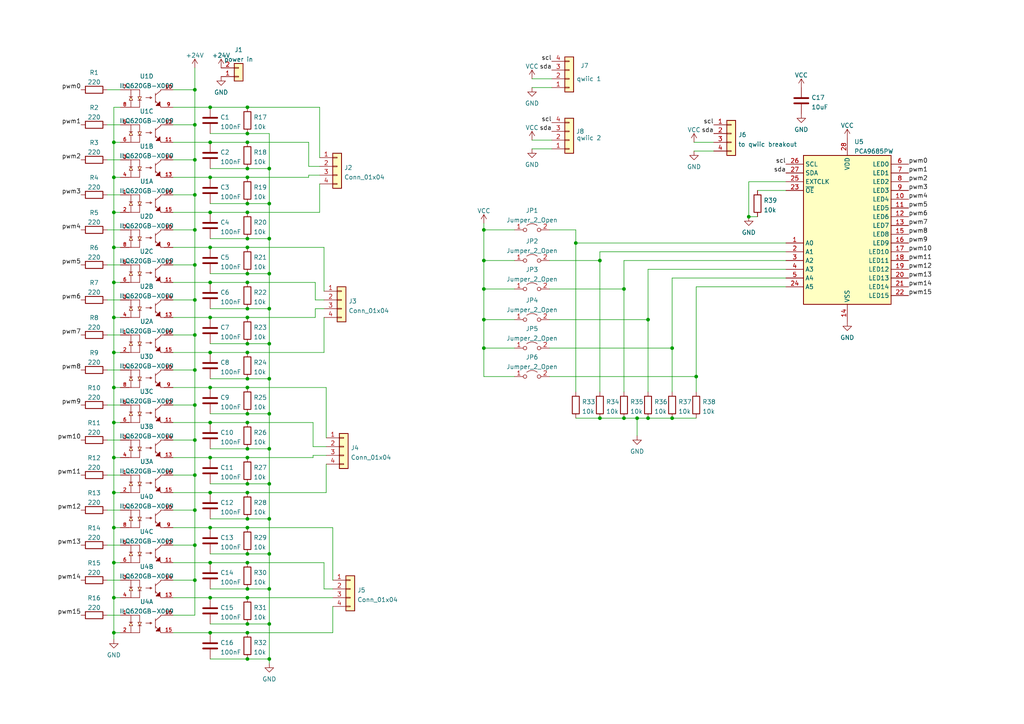
<source format=kicad_sch>
(kicad_sch (version 20211123) (generator eeschema)
  (paper "A4")
  (lib_symbols
    (symbol "Connector_Generic:Conn_01x02" (pin_names (offset 1.016) hide)
      (property "Reference" "J" (at 0 2.54 0))
      (property "Value" "Conn_01x02" (at 0 -5.08 0))
      (symbol "Conn_01x02_1_1"
        (pin passive line (at -5.08 0 0) (length 3.81) (name "Pin_1") (number "1"))
        (pin passive line (at -5.08 -2.54 0) (length 3.81) (name "Pin_2") (number "2"))
      )
    )
    (symbol "Connector_Generic:Conn_01x04" (pin_names (offset 1.016) hide)
      (property "Reference" "J" (at 0 5.08 0))
      (property "Value" "Conn_01x04" (at 0 -7.62 0))
      (symbol "Conn_01x04_1_1"
        (pin passive line (at -5.08 2.54 0) (length 3.81) (name "Pin_1") (number "1"))
        (pin passive line (at -5.08 0 0) (length 3.81) (name "Pin_2") (number "2"))
        (pin passive line (at -5.08 -2.54 0) (length 3.81) (name "Pin_3") (number "3"))
        (pin passive line (at -5.08 -5.08 0) (length 3.81) (name "Pin_4") (number "4"))
      )
    )
    (symbol "Device:C" (pin_numbers hide) (pin_names (offset 0.254))
      (property "Reference" "C" (at 0.635 2.54 0))
      (property "Value" "C" (at 0.635 -2.54 0))
      (symbol "C_1_1"
        (pin passive line (at 0 3.81 270) (length 2.794) (name "~") (number "1"))
        (pin passive line (at 0 -3.81 90) (length 2.794) (name "~") (number "2"))
      )
    )
    (symbol "Device:R" (pin_numbers hide) (pin_names (offset 0))
      (property "Reference" "R" (at 2.032 0 90))
      (property "Value" "R" (at 0 0 90))
      (symbol "R_1_1"
        (pin passive line (at 0 3.81 270) (length 1.27) (name "~") (number "1"))
        (pin passive line (at 0 -3.81 90) (length 1.27) (name "~") (number "2"))
      )
    )
    (symbol "Driver_LED:PCA9685PW"
      (property "Reference" "U" (at -12.7 22.225 0))
      (property "Value" "PCA9685PW" (at 1.27 22.225 0))
      (symbol "PCA9685PW_1_1"
        (pin input line (at -17.78 -5.08 0) (length 5.08) (name "A0") (number "1"))
        (pin output line (at 17.78 7.62 180) (length 5.08) (name "LED4") (number "10"))
        (pin output line (at 17.78 5.08 180) (length 5.08) (name "LED5") (number "11"))
        (pin output line (at 17.78 2.54 180) (length 5.08) (name "LED6") (number "12"))
        (pin output line (at 17.78 0 180) (length 5.08) (name "LED7") (number "13"))
        (pin power_in line (at 0 -27.94 90) (length 5.08) (name "VSS") (number "14"))
        (pin output line (at 17.78 -2.54 180) (length 5.08) (name "LED8") (number "15"))
        (pin output line (at 17.78 -5.08 180) (length 5.08) (name "LED9") (number "16"))
        (pin output line (at 17.78 -7.62 180) (length 5.08) (name "LED10") (number "17"))
        (pin output line (at 17.78 -10.16 180) (length 5.08) (name "LED11") (number "18"))
        (pin output line (at 17.78 -12.7 180) (length 5.08) (name "LED12") (number "19"))
        (pin input line (at -17.78 -7.62 0) (length 5.08) (name "A1") (number "2"))
        (pin output line (at 17.78 -15.24 180) (length 5.08) (name "LED13") (number "20"))
        (pin output line (at 17.78 -17.78 180) (length 5.08) (name "LED14") (number "21"))
        (pin output line (at 17.78 -20.32 180) (length 5.08) (name "LED15") (number "22"))
        (pin input line (at -17.78 10.16 0) (length 5.08) (name "~{OE}") (number "23"))
        (pin input line (at -17.78 -17.78 0) (length 5.08) (name "A5") (number "24"))
        (pin input line (at -17.78 12.7 0) (length 5.08) (name "EXTCLK") (number "25"))
        (pin input line (at -17.78 17.78 0) (length 5.08) (name "SCL") (number "26"))
        (pin bidirectional line (at -17.78 15.24 0) (length 5.08) (name "SDA") (number "27"))
        (pin power_in line (at 0 25.4 270) (length 5.08) (name "VDD") (number "28"))
        (pin input line (at -17.78 -10.16 0) (length 5.08) (name "A2") (number "3"))
        (pin input line (at -17.78 -12.7 0) (length 5.08) (name "A3") (number "4"))
        (pin input line (at -17.78 -15.24 0) (length 5.08) (name "A4") (number "5"))
        (pin output line (at 17.78 17.78 180) (length 5.08) (name "LED0") (number "6"))
        (pin output line (at 17.78 15.24 180) (length 5.08) (name "LED1") (number "7"))
        (pin output line (at 17.78 12.7 180) (length 5.08) (name "LED2") (number "8"))
        (pin output line (at 17.78 10.16 180) (length 5.08) (name "LED3") (number "9"))
      )
    )
    (symbol "Evan's misc parts:ILQ620GB-X009" (pin_names (offset 1.016) hide)
      (property "Reference" "U" (at -7.62 5.08 0))
      (property "Value" "ILQ620GB-X009" (at -7.62 -6.858 0))
      (symbol "ILQ620GB-X009_1_0"
        (pin passive line (at -7.62 2.54 0) (length 2.54) (name "~") (number "1"))
        (pin passive line (at 7.62 -2.54 180) (length 2.54) (name "~") (number "15"))
        (pin passive line (at 7.62 2.54 180) (length 2.54) (name "~") (number "16"))
        (pin passive line (at -7.62 -2.54 0) (length 2.54) (name "~") (number "2"))
      )
      (symbol "ILQ620GB-X009_2_0"
        (pin passive line (at 7.62 -2.54 180) (length 2.54) (name "~") (number "13"))
        (pin passive line (at 7.62 2.54 180) (length 2.54) (name "~") (number "14"))
        (pin passive line (at -7.62 2.54 0) (length 2.54) (name "~") (number "3"))
        (pin passive line (at -7.62 -2.54 0) (length 2.54) (name "~") (number "4"))
      )
      (symbol "ILQ620GB-X009_3_0"
        (pin passive line (at 7.62 -2.54 180) (length 2.54) (name "~") (number "11"))
        (pin passive line (at 7.62 2.54 180) (length 2.54) (name "~") (number "12"))
        (pin passive line (at -7.62 2.54 0) (length 2.54) (name "~") (number "5"))
        (pin passive line (at -7.62 -2.54 0) (length 2.54) (name "~") (number "6"))
      )
      (symbol "ILQ620GB-X009_4_0"
        (pin passive line (at 7.62 2.54 180) (length 2.54) (name "~") (number "10"))
        (pin passive line (at -7.62 2.54 0) (length 2.54) (name "~") (number "7"))
        (pin passive line (at -7.62 -2.54 0) (length 2.54) (name "~") (number "8"))
        (pin passive line (at 7.62 -2.54 180) (length 2.54) (name "~") (number "9"))
      )
    )
    (symbol "Jumper:Jumper_2_Open" (pin_names (offset 0) hide)
      (property "Reference" "JP" (at 0 2.794 0))
      (property "Value" "Jumper_2_Open" (at 0 -2.286 0))
      (symbol "Jumper_2_Open_1_1"
        (pin passive line (at -5.08 0 0) (length 2.54) (name "A") (number "1"))
        (pin passive line (at 5.08 0 180) (length 2.54) (name "B") (number "2"))
      )
    )
    (symbol "power:+24V" (power) (pin_names (offset 0))
      (property "Value" "+24V" (at 0 3.556 0))
      (symbol "+24V_1_1"
        (pin power_in line (at 0 0 90) (length 0) hide (name "+24V") (number "1"))
      )
    )
    (symbol "power:GND" (power) (pin_names (offset 0))
      (property "Value" "GND" (at 0 -3.81 0))
      (symbol "GND_1_1"
        (pin power_in line (at 0 0 270) (length 0) hide (name "GND") (number "1"))
      )
    )
    (symbol "power:VCC" (power) (pin_names (offset 0))
      (property "Value" "VCC" (at 0 3.81 0))
      (symbol "VCC_1_1"
        (pin power_in line (at 0 0 90) (length 0) hide (name "VCC") (number "1"))
      )
    )
  )
  (junction (at 71.755 102.235))
  (junction (at 60.96 102.235))
  (junction (at 78.105 59.055))
  (junction (at 71.755 163.195))
  (junction (at 78.105 99.695))
  (junction (at 56.515 86.995))
  (junction (at 33.02 61.595))
  (junction (at 71.755 99.695))
  (junction (at 78.105 89.535))
  (junction (at 71.755 132.715))
  (junction (at 33.02 81.915))
  (junction (at 71.755 122.555))
  (junction (at 71.755 71.755))
  (junction (at 78.105 120.015))
  (junction (at 56.515 36.195))
  (junction (at 60.96 51.435))
  (junction (at 33.02 122.555))
  (junction (at 71.755 112.395))
  (junction (at 194.945 121.285))
  (junction (at 56.515 46.355))
  (junction (at 56.515 107.315))
  (junction (at 71.755 150.495))
  (junction (at 71.755 59.055))
  (junction (at 71.755 51.435))
  (junction (at 184.785 121.285))
  (junction (at 201.93 109.22))
  (junction (at 78.105 130.175))
  (junction (at 56.515 76.835))
  (junction (at 56.515 147.955))
  (junction (at 33.02 102.235))
  (junction (at 71.755 173.355))
  (junction (at 78.105 170.815))
  (junction (at 194.945 100.965))
  (junction (at 60.96 163.195))
  (junction (at 60.96 31.115))
  (junction (at 33.02 51.435))
  (junction (at 167.005 70.485))
  (junction (at 71.755 109.855))
  (junction (at 56.515 56.515))
  (junction (at 60.96 153.035))
  (junction (at 56.515 97.155))
  (junction (at 71.755 130.175))
  (junction (at 78.105 191.135))
  (junction (at 60.96 71.755))
  (junction (at 33.02 41.275))
  (junction (at 78.105 150.495))
  (junction (at 71.755 120.015))
  (junction (at 78.105 140.335))
  (junction (at 71.755 160.655))
  (junction (at 56.515 117.475))
  (junction (at 60.96 183.515))
  (junction (at 140.335 66.675))
  (junction (at 33.02 163.195))
  (junction (at 71.755 140.335))
  (junction (at 56.515 127.635))
  (junction (at 60.96 173.355))
  (junction (at 71.755 89.535))
  (junction (at 78.105 109.855))
  (junction (at 173.99 121.285))
  (junction (at 33.02 71.755))
  (junction (at 71.755 41.275))
  (junction (at 60.96 142.875))
  (junction (at 71.755 61.595))
  (junction (at 78.105 160.655))
  (junction (at 71.755 180.975))
  (junction (at 78.105 180.975))
  (junction (at 56.515 26.035))
  (junction (at 60.96 122.555))
  (junction (at 71.755 170.815))
  (junction (at 140.335 100.965))
  (junction (at 71.755 79.375))
  (junction (at 217.17 62.865))
  (junction (at 33.02 153.035))
  (junction (at 33.02 173.355))
  (junction (at 33.02 132.715))
  (junction (at 187.96 92.71))
  (junction (at 71.755 31.115))
  (junction (at 78.105 79.375))
  (junction (at 60.96 132.715))
  (junction (at 71.755 48.895))
  (junction (at 71.755 69.215))
  (junction (at 56.515 66.675))
  (junction (at 33.02 92.075))
  (junction (at 140.335 75.565))
  (junction (at 71.755 38.735))
  (junction (at 33.02 112.395))
  (junction (at 71.755 81.915))
  (junction (at 180.975 121.285))
  (junction (at 56.515 137.795))
  (junction (at 60.96 92.075))
  (junction (at 56.515 158.115))
  (junction (at 173.99 75.565))
  (junction (at 60.96 61.595))
  (junction (at 180.975 83.82))
  (junction (at 187.96 121.285))
  (junction (at 56.515 168.275))
  (junction (at 60.96 112.395))
  (junction (at 140.335 92.71))
  (junction (at 78.105 69.215))
  (junction (at 60.96 81.915))
  (junction (at 71.755 142.875))
  (junction (at 71.755 183.515))
  (junction (at 71.755 191.135))
  (junction (at 60.96 41.275))
  (junction (at 78.105 48.895))
  (junction (at 71.755 92.075))
  (junction (at 71.755 153.035))
  (junction (at 33.02 142.875))
  (junction (at 33.02 183.515))
  (junction (at 140.335 83.82))
  (wire (pts (xy 50.165 31.115) (xy 60.96 31.115)))
  (wire (pts (xy 31.115 36.195) (xy 34.925 36.195)))
  (wire (pts (xy 33.02 122.555) (xy 34.925 122.555)))
  (wire (pts (xy 31.115 66.675) (xy 34.925 66.675)))
  (wire (pts (xy 78.105 180.975) (xy 78.105 191.135)))
  (wire (pts (xy 184.785 121.285) (xy 184.785 126.365)))
  (wire (pts (xy 187.96 92.71) (xy 187.96 113.665)))
  (wire (pts (xy 78.105 170.815) (xy 78.105 180.975)))
  (wire (pts (xy 194.945 100.965) (xy 194.945 113.665)))
  (wire (pts (xy 184.785 121.285) (xy 187.96 121.285)))
  (wire (pts (xy 56.515 107.315) (xy 56.515 117.475)))
  (wire (pts (xy 96.52 183.515) (xy 96.52 175.895)))
  (wire (pts (xy 173.99 75.565) (xy 159.385 75.565)))
  (wire (pts (xy 33.02 112.395) (xy 33.02 122.555)))
  (wire (pts (xy 201.295 41.275) (xy 207.01 41.275)))
  (wire (pts (xy 33.02 173.355) (xy 33.02 183.515)))
  (wire (pts (xy 50.165 81.915) (xy 60.96 81.915)))
  (wire (pts (xy 140.335 66.675) (xy 149.225 66.675)))
  (wire (pts (xy 71.755 183.515) (xy 96.52 183.515)))
  (wire (pts (xy 167.005 66.675) (xy 159.385 66.675)))
  (wire (pts (xy 50.165 102.235) (xy 60.96 102.235)))
  (wire (pts (xy 140.335 100.965) (xy 140.335 109.22)))
  (wire (pts (xy 91.44 92.075) (xy 91.44 89.535)))
  (wire (pts (xy 140.335 92.71) (xy 149.225 92.71)))
  (wire (pts (xy 56.515 36.195) (xy 56.515 46.355)))
  (wire (pts (xy 60.96 122.555) (xy 71.755 122.555)))
  (wire (pts (xy 140.335 75.565) (xy 140.335 83.82)))
  (wire (pts (xy 50.165 127.635) (xy 56.515 127.635)))
  (wire (pts (xy 60.96 140.335) (xy 71.755 140.335)))
  (wire (pts (xy 56.515 127.635) (xy 56.515 137.795)))
  (wire (pts (xy 90.805 132.08) (xy 94.615 132.08)))
  (wire (pts (xy 94.615 142.875) (xy 94.615 134.62)))
  (wire (pts (xy 173.99 75.565) (xy 173.99 113.665)))
  (wire (pts (xy 60.96 160.655) (xy 71.755 160.655)))
  (wire (pts (xy 71.755 120.015) (xy 78.105 120.015)))
  (wire (pts (xy 167.005 70.485) (xy 167.005 113.665)))
  (wire (pts (xy 50.165 61.595) (xy 60.96 61.595)))
  (wire (pts (xy 50.165 97.155) (xy 56.515 97.155)))
  (wire (pts (xy 71.755 81.915) (xy 91.44 81.915)))
  (wire (pts (xy 33.02 132.715) (xy 33.02 142.875)))
  (wire (pts (xy 33.02 81.915) (xy 34.925 81.915)))
  (wire (pts (xy 33.02 132.715) (xy 34.925 132.715)))
  (wire (pts (xy 50.165 163.195) (xy 60.96 163.195)))
  (wire (pts (xy 33.02 163.195) (xy 33.02 173.355)))
  (wire (pts (xy 173.99 73.025) (xy 227.965 73.025)))
  (wire (pts (xy 78.105 160.655) (xy 78.105 170.815)))
  (wire (pts (xy 78.105 48.895) (xy 78.105 59.055)))
  (wire (pts (xy 33.02 92.075) (xy 33.02 102.235)))
  (wire (pts (xy 71.755 150.495) (xy 78.105 150.495)))
  (wire (pts (xy 71.755 122.555) (xy 90.805 122.555)))
  (wire (pts (xy 173.99 73.025) (xy 173.99 75.565)))
  (wire (pts (xy 56.515 56.515) (xy 56.515 66.675)))
  (wire (pts (xy 78.105 38.735) (xy 78.105 48.895)))
  (wire (pts (xy 50.165 86.995) (xy 56.515 86.995)))
  (wire (pts (xy 31.115 46.355) (xy 34.925 46.355)))
  (wire (pts (xy 217.17 62.865) (xy 219.71 62.865)))
  (wire (pts (xy 31.115 86.995) (xy 34.925 86.995)))
  (wire (pts (xy 71.755 170.815) (xy 78.105 170.815)))
  (wire (pts (xy 50.165 26.035) (xy 56.515 26.035)))
  (wire (pts (xy 60.96 183.515) (xy 71.755 183.515)))
  (wire (pts (xy 31.115 26.035) (xy 34.925 26.035)))
  (wire (pts (xy 50.165 36.195) (xy 56.515 36.195)))
  (wire (pts (xy 31.115 97.155) (xy 34.925 97.155)))
  (wire (pts (xy 194.945 121.285) (xy 201.93 121.285)))
  (wire (pts (xy 50.165 147.955) (xy 56.515 147.955)))
  (wire (pts (xy 91.44 89.535) (xy 93.98 89.535)))
  (wire (pts (xy 159.385 109.22) (xy 201.93 109.22)))
  (wire (pts (xy 50.165 153.035) (xy 60.96 153.035)))
  (wire (pts (xy 31.115 147.955) (xy 34.925 147.955)))
  (wire (pts (xy 60.96 132.715) (xy 71.755 132.715)))
  (wire (pts (xy 31.115 56.515) (xy 34.925 56.515)))
  (wire (pts (xy 71.755 51.435) (xy 89.535 51.435)))
  (wire (pts (xy 50.165 142.875) (xy 60.96 142.875)))
  (wire (pts (xy 71.755 163.195) (xy 93.98 163.195)))
  (wire (pts (xy 194.945 100.965) (xy 194.945 80.645)))
  (wire (pts (xy 92.71 61.595) (xy 92.71 53.34)))
  (wire (pts (xy 56.515 137.795) (xy 56.515 147.955)))
  (wire (pts (xy 56.515 66.675) (xy 56.515 76.835)))
  (wire (pts (xy 50.165 137.795) (xy 56.515 137.795)))
  (wire (pts (xy 91.44 86.995) (xy 93.98 86.995)))
  (wire (pts (xy 31.115 178.435) (xy 34.925 178.435)))
  (wire (pts (xy 33.02 61.595) (xy 33.02 71.755)))
  (wire (pts (xy 78.105 140.335) (xy 78.105 150.495)))
  (wire (pts (xy 60.96 61.595) (xy 71.755 61.595)))
  (wire (pts (xy 180.975 121.285) (xy 184.785 121.285)))
  (wire (pts (xy 60.96 92.075) (xy 71.755 92.075)))
  (wire (pts (xy 33.02 81.915) (xy 33.02 92.075)))
  (wire (pts (xy 60.96 51.435) (xy 71.755 51.435)))
  (wire (pts (xy 96.52 153.035) (xy 96.52 168.275)))
  (wire (pts (xy 94.615 112.395) (xy 94.615 127)))
  (wire (pts (xy 180.975 83.82) (xy 180.975 113.665)))
  (wire (pts (xy 60.96 130.175) (xy 71.755 130.175)))
  (wire (pts (xy 217.17 62.865) (xy 217.17 52.705)))
  (wire (pts (xy 33.02 153.035) (xy 34.925 153.035)))
  (wire (pts (xy 60.96 99.695) (xy 71.755 99.695)))
  (wire (pts (xy 201.93 109.22) (xy 201.93 83.185)))
  (wire (pts (xy 33.02 41.275) (xy 33.02 51.435)))
  (wire (pts (xy 71.755 142.875) (xy 94.615 142.875)))
  (wire (pts (xy 187.96 92.71) (xy 187.96 78.105)))
  (wire (pts (xy 71.755 79.375) (xy 78.105 79.375)))
  (wire (pts (xy 60.96 142.875) (xy 71.755 142.875)))
  (wire (pts (xy 159.385 100.965) (xy 194.945 100.965)))
  (wire (pts (xy 93.98 71.755) (xy 93.98 84.455)))
  (wire (pts (xy 33.02 183.515) (xy 33.02 185.42)))
  (wire (pts (xy 60.96 38.735) (xy 71.755 38.735)))
  (wire (pts (xy 93.98 102.235) (xy 93.98 92.075)))
  (wire (pts (xy 90.805 129.54) (xy 94.615 129.54)))
  (wire (pts (xy 78.105 120.015) (xy 78.105 130.175)))
  (wire (pts (xy 78.105 150.495) (xy 78.105 160.655)))
  (wire (pts (xy 60.96 150.495) (xy 71.755 150.495)))
  (wire (pts (xy 201.93 83.185) (xy 227.965 83.185)))
  (wire (pts (xy 71.755 140.335) (xy 78.105 140.335)))
  (wire (pts (xy 167.005 66.675) (xy 167.005 70.485)))
  (wire (pts (xy 50.165 66.675) (xy 56.515 66.675)))
  (wire (pts (xy 140.335 83.82) (xy 140.335 92.71)))
  (wire (pts (xy 71.755 71.755) (xy 93.98 71.755)))
  (wire (pts (xy 50.165 117.475) (xy 56.515 117.475)))
  (wire (pts (xy 33.02 102.235) (xy 33.02 112.395)))
  (wire (pts (xy 71.755 153.035) (xy 96.52 153.035)))
  (wire (pts (xy 78.105 59.055) (xy 78.105 69.215)))
  (wire (pts (xy 187.96 121.285) (xy 194.945 121.285)))
  (wire (pts (xy 50.165 168.275) (xy 56.515 168.275)))
  (wire (pts (xy 78.105 69.215) (xy 78.105 79.375)))
  (wire (pts (xy 219.71 55.245) (xy 227.965 55.245)))
  (wire (pts (xy 33.02 163.195) (xy 34.925 163.195)))
  (wire (pts (xy 33.02 122.555) (xy 33.02 132.715)))
  (wire (pts (xy 89.535 41.275) (xy 89.535 48.26)))
  (wire (pts (xy 60.96 109.855) (xy 71.755 109.855)))
  (wire (pts (xy 33.02 71.755) (xy 33.02 81.915)))
  (wire (pts (xy 33.02 31.115) (xy 33.02 41.275)))
  (wire (pts (xy 194.945 80.645) (xy 227.965 80.645)))
  (wire (pts (xy 93.98 163.195) (xy 93.98 170.815)))
  (wire (pts (xy 180.975 83.82) (xy 180.975 75.565)))
  (wire (pts (xy 71.755 92.075) (xy 91.44 92.075)))
  (wire (pts (xy 56.515 158.115) (xy 56.515 168.275)))
  (wire (pts (xy 89.535 51.435) (xy 89.535 50.8)))
  (wire (pts (xy 56.515 26.035) (xy 56.515 19.685)))
  (wire (pts (xy 78.105 79.375) (xy 78.105 89.535)))
  (wire (pts (xy 33.02 173.355) (xy 34.925 173.355)))
  (wire (pts (xy 60.96 120.015) (xy 71.755 120.015)))
  (wire (pts (xy 89.535 50.8) (xy 92.71 50.8)))
  (wire (pts (xy 91.44 81.915) (xy 91.44 86.995)))
  (wire (pts (xy 60.96 180.975) (xy 71.755 180.975)))
  (wire (pts (xy 71.755 109.855) (xy 78.105 109.855)))
  (wire (pts (xy 33.02 112.395) (xy 34.925 112.395)))
  (wire (pts (xy 159.385 92.71) (xy 187.96 92.71)))
  (wire (pts (xy 92.71 31.115) (xy 92.71 45.72)))
  (wire (pts (xy 56.515 36.195) (xy 56.515 26.035)))
  (wire (pts (xy 71.755 59.055) (xy 78.105 59.055)))
  (wire (pts (xy 227.965 70.485) (xy 167.005 70.485)))
  (wire (pts (xy 50.165 122.555) (xy 60.96 122.555)))
  (wire (pts (xy 50.165 112.395) (xy 60.96 112.395)))
  (wire (pts (xy 33.02 51.435) (xy 33.02 61.595)))
  (wire (pts (xy 140.335 83.82) (xy 149.225 83.82)))
  (wire (pts (xy 60.96 41.275) (xy 71.755 41.275)))
  (wire (pts (xy 71.755 69.215) (xy 78.105 69.215)))
  (wire (pts (xy 71.755 160.655) (xy 78.105 160.655)))
  (wire (pts (xy 159.385 83.82) (xy 180.975 83.82)))
  (wire (pts (xy 60.96 153.035) (xy 71.755 153.035)))
  (wire (pts (xy 33.02 61.595) (xy 34.925 61.595)))
  (wire (pts (xy 71.755 99.695) (xy 78.105 99.695)))
  (wire (pts (xy 60.96 81.915) (xy 71.755 81.915)))
  (wire (pts (xy 90.805 122.555) (xy 90.805 129.54)))
  (wire (pts (xy 56.515 117.475) (xy 56.515 127.635)))
  (wire (pts (xy 50.165 158.115) (xy 56.515 158.115)))
  (wire (pts (xy 78.105 191.135) (xy 78.105 192.405)))
  (wire (pts (xy 173.99 121.285) (xy 180.975 121.285)))
  (wire (pts (xy 31.115 137.795) (xy 34.925 137.795)))
  (wire (pts (xy 154.305 25.4) (xy 160.02 25.4)))
  (wire (pts (xy 56.515 46.355) (xy 56.515 56.515)))
  (wire (pts (xy 56.515 168.275) (xy 56.515 178.435)))
  (wire (pts (xy 60.96 71.755) (xy 71.755 71.755)))
  (wire (pts (xy 31.115 127.635) (xy 34.925 127.635)))
  (wire (pts (xy 31.115 76.835) (xy 34.925 76.835)))
  (wire (pts (xy 71.755 173.355) (xy 96.52 173.355)))
  (wire (pts (xy 50.165 173.355) (xy 60.96 173.355)))
  (wire (pts (xy 180.975 75.565) (xy 227.965 75.565)))
  (wire (pts (xy 31.115 158.115) (xy 34.925 158.115)))
  (wire (pts (xy 71.755 31.115) (xy 92.71 31.115)))
  (wire (pts (xy 140.335 75.565) (xy 149.225 75.565)))
  (wire (pts (xy 60.96 59.055) (xy 71.755 59.055)))
  (wire (pts (xy 33.02 153.035) (xy 33.02 163.195)))
  (wire (pts (xy 60.96 170.815) (xy 71.755 170.815)))
  (wire (pts (xy 71.755 132.715) (xy 90.805 132.715)))
  (wire (pts (xy 187.96 78.105) (xy 227.965 78.105)))
  (wire (pts (xy 71.755 89.535) (xy 78.105 89.535)))
  (wire (pts (xy 34.925 31.115) (xy 33.02 31.115)))
  (wire (pts (xy 140.335 66.675) (xy 140.335 75.565)))
  (wire (pts (xy 60.96 163.195) (xy 71.755 163.195)))
  (wire (pts (xy 60.96 31.115) (xy 71.755 31.115)))
  (wire (pts (xy 93.98 170.815) (xy 96.52 170.815)))
  (wire (pts (xy 217.17 52.705) (xy 227.965 52.705)))
  (wire (pts (xy 31.115 117.475) (xy 34.925 117.475)))
  (wire (pts (xy 31.115 168.275) (xy 34.925 168.275)))
  (wire (pts (xy 71.755 61.595) (xy 92.71 61.595)))
  (wire (pts (xy 201.93 109.22) (xy 201.93 113.665)))
  (wire (pts (xy 60.96 48.895) (xy 71.755 48.895)))
  (wire (pts (xy 90.805 132.715) (xy 90.805 132.08)))
  (wire (pts (xy 50.165 132.715) (xy 60.96 132.715)))
  (wire (pts (xy 71.755 41.275) (xy 89.535 41.275)))
  (wire (pts (xy 33.02 71.755) (xy 34.925 71.755)))
  (wire (pts (xy 71.755 38.735) (xy 78.105 38.735)))
  (wire (pts (xy 33.02 51.435) (xy 34.925 51.435)))
  (wire (pts (xy 56.515 86.995) (xy 56.515 97.155)))
  (wire (pts (xy 154.305 43.18) (xy 160.02 43.18)))
  (wire (pts (xy 60.96 79.375) (xy 71.755 79.375)))
  (wire (pts (xy 50.165 92.075) (xy 60.96 92.075)))
  (wire (pts (xy 33.02 92.075) (xy 34.925 92.075)))
  (wire (pts (xy 89.535 48.26) (xy 92.71 48.26)))
  (wire (pts (xy 140.335 92.71) (xy 140.335 100.965)))
  (wire (pts (xy 33.02 41.275) (xy 34.925 41.275)))
  (wire (pts (xy 71.755 48.895) (xy 78.105 48.895)))
  (wire (pts (xy 50.165 46.355) (xy 56.515 46.355)))
  (wire (pts (xy 50.165 51.435) (xy 60.96 51.435)))
  (wire (pts (xy 60.96 89.535) (xy 71.755 89.535)))
  (wire (pts (xy 50.165 41.275) (xy 60.96 41.275)))
  (wire (pts (xy 154.305 40.64) (xy 160.02 40.64)))
  (wire (pts (xy 60.96 69.215) (xy 71.755 69.215)))
  (wire (pts (xy 78.105 109.855) (xy 78.105 120.015)))
  (wire (pts (xy 149.225 109.22) (xy 140.335 109.22)))
  (wire (pts (xy 78.105 99.695) (xy 78.105 109.855)))
  (wire (pts (xy 56.515 97.155) (xy 56.515 107.315)))
  (wire (pts (xy 154.305 22.86) (xy 160.02 22.86)))
  (wire (pts (xy 60.96 102.235) (xy 71.755 102.235)))
  (wire (pts (xy 78.105 89.535) (xy 78.105 99.695)))
  (wire (pts (xy 201.295 43.815) (xy 207.01 43.815)))
  (wire (pts (xy 71.755 112.395) (xy 94.615 112.395)))
  (wire (pts (xy 50.165 107.315) (xy 56.515 107.315)))
  (wire (pts (xy 31.115 107.315) (xy 34.925 107.315)))
  (wire (pts (xy 78.105 130.175) (xy 78.105 140.335)))
  (wire (pts (xy 71.755 180.975) (xy 78.105 180.975)))
  (wire (pts (xy 71.755 102.235) (xy 93.98 102.235)))
  (wire (pts (xy 167.005 121.285) (xy 173.99 121.285)))
  (wire (pts (xy 60.96 112.395) (xy 71.755 112.395)))
  (wire (pts (xy 33.02 142.875) (xy 34.925 142.875)))
  (wire (pts (xy 140.335 100.965) (xy 149.225 100.965)))
  (wire (pts (xy 56.515 178.435) (xy 50.165 178.435)))
  (wire (pts (xy 50.165 71.755) (xy 60.96 71.755)))
  (wire (pts (xy 71.755 191.135) (xy 78.105 191.135)))
  (wire (pts (xy 50.165 76.835) (xy 56.515 76.835)))
  (wire (pts (xy 33.02 102.235) (xy 34.925 102.235)))
  (wire (pts (xy 33.02 142.875) (xy 33.02 153.035)))
  (wire (pts (xy 71.755 130.175) (xy 78.105 130.175)))
  (wire (pts (xy 60.96 173.355) (xy 71.755 173.355)))
  (wire (pts (xy 56.515 76.835) (xy 56.515 86.995)))
  (wire (pts (xy 50.165 56.515) (xy 56.515 56.515)))
  (wire (pts (xy 33.02 183.515) (xy 34.925 183.515)))
  (wire (pts (xy 60.96 191.135) (xy 71.755 191.135)))
  (wire (pts (xy 50.165 183.515) (xy 60.96 183.515)))
  (wire (pts (xy 56.515 147.955) (xy 56.515 158.115)))
  (wire (pts (xy 140.335 64.77) (xy 140.335 66.675)))
  (label "pwm11" (at 263.525 75.565 0))
  (label "pwm10" (at 263.525 73.025 0))
  (label "pwm2" (at 23.495 46.355 180))
  (label "sda" (at 160.02 20.32 180))
  (label "pwm12" (at 263.525 78.105 0))
  (label "pwm9" (at 263.525 70.485 0))
  (label "pwm2" (at 263.525 52.705 0))
  (label "sda" (at 207.01 38.735 180))
  (label "pwm6" (at 23.495 86.995 180))
  (label "pwm7" (at 23.495 97.155 180))
  (label "pwm0" (at 23.495 26.035 180))
  (label "pwm0" (at 263.525 47.625 0))
  (label "pwm3" (at 23.495 56.515 180))
  (label "pwm5" (at 263.525 60.325 0))
  (label "pwm13" (at 263.525 80.645 0))
  (label "pwm13" (at 23.495 158.115 180))
  (label "scl" (at 160.02 35.56 180))
  (label "pwm5" (at 23.495 76.835 180))
  (label "pwm15" (at 23.495 178.435 180))
  (label "scl" (at 207.01 36.195 180))
  (label "pwm10" (at 23.495 127.635 180))
  (label "sda" (at 160.02 38.1 180))
  (label "pwm14" (at 23.495 168.275 180))
  (label "scl" (at 227.965 47.625 180))
  (label "pwm6" (at 263.525 62.865 0))
  (label "pwm3" (at 263.525 55.245 0))
  (label "pwm8" (at 23.495 107.315 180))
  (label "pwm8" (at 263.525 67.945 0))
  (label "pwm1" (at 23.495 36.195 180))
  (label "scl" (at 160.02 17.78 180))
  (label "pwm9" (at 23.495 117.475 180))
  (label "pwm11" (at 23.495 137.795 180))
  (label "pwm4" (at 263.525 57.785 0))
  (label "pwm12" (at 23.495 147.955 180))
  (label "pwm15" (at 263.525 85.725 0))
  (label "pwm1" (at 263.525 50.165 0))
  (label "pwm4" (at 23.495 66.675 180))
  (label "sda" (at 227.965 50.165 180))
  (label "pwm14" (at 263.525 83.185 0))
  (label "pwm7" (at 263.525 65.405 0))
  (symbol (lib_id "Device:C") (at 60.96 95.885 0) (unit 1)
    (property "Reference" "C7" (at 63.881 94.9765 0) (effects (justify left)))
    (property "Value" "100nF" (at 63.881 97.7516 0) (effects (justify left)))
    (property "Footprint" "Capacitor_SMD:C_0603_1608Metric" (effects hide))
  )
  (symbol (lib_id "Device:R") (at 27.305 76.835 270) (unit 1)
    (property "Reference" "R6" (at 27.305 71.8525 90))
    (property "Value" "220" (at 27.305 74.6276 90))
    (property "Footprint" "Resistor_SMD:R_0603_1608Metric" (effects hide))
  )
  (symbol (lib_id "power:VCC") (at 140.335 64.77 0) (unit 1)
    (property "Reference" "#PWR0107" (effects hide))
    (property "Value" "VCC" (at 140.335 61.1655 0))
  )
  (symbol (lib_id "Connector_Generic:Conn_01x04") (at 101.6 170.815 0) (unit 1)
    (property "Reference" "J5" (at 103.632 171.1765 0) (effects (justify left)))
    (property "Value" "Conn_01x04" (at 103.632 173.9516 0) (effects (justify left)))
    (property "Footprint" "TerminalBlock_Phoenix:TerminalBlock_Phoenix_MKDS-1,5-4_1x04_P5.00mm_Horizontal" (effects hide))
  )
  (symbol (lib_id "Device:R") (at 71.755 126.365 0) (unit 1)
    (property "Reference" "R26" (at 73.533 125.4565 0) (effects (justify left)))
    (property "Value" "10k" (at 73.533 128.2316 0) (effects (justify left)))
    (property "Footprint" "Resistor_SMD:R_0603_1608Metric" (effects hide))
  )
  (symbol (lib_id "Evan's misc parts:ILQ620GB-X009") (at 42.545 48.895 0) (unit 2)
    (property "Reference" "U1" (at 42.545 42.4393 0))
    (property "Value" "ILQ620GB-X009" (at 42.545 45.2144 0))
    (property "Footprint" "Evan's misc parts:OPTO_ILQ620GB-X009" (effects hide))
    (property "MANUFACTURER" "Vishay" (effects hide))
    (property "STANDARD" "Manufacturer Recommendations" (effects hide))
    (property "PARTREV" "1.8" (effects hide))
    (property "MAXIMUM_PACKAGE_HEIGHT" "3.9mm" (effects hide))
  )
  (symbol (lib_id "power:GND") (at 154.305 43.18 0) (unit 1)
    (property "Reference" "#PWR04" (effects hide))
    (property "Value" "GND" (at 154.305 47.7425 0))
  )
  (symbol (lib_id "Evan's misc parts:ILQ620GB-X009") (at 42.545 99.695 0) (unit 1)
    (property "Reference" "U2" (at 42.545 93.2393 0))
    (property "Value" "ILQ620GB-X009" (at 42.545 96.0144 0))
    (property "Footprint" "Evan's misc parts:OPTO_ILQ620GB-X009" (effects hide))
    (property "MANUFACTURER" "Vishay" (effects hide))
    (property "STANDARD" "Manufacturer Recommendations" (effects hide))
    (property "PARTREV" "1.8" (effects hide))
    (property "MAXIMUM_PACKAGE_HEIGHT" "3.9mm" (effects hide))
  )
  (symbol (lib_id "Device:R") (at 27.305 86.995 270) (unit 1)
    (property "Reference" "R7" (at 27.305 82.0125 90))
    (property "Value" "220" (at 27.305 84.7876 90))
    (property "Footprint" "Resistor_SMD:R_0603_1608Metric" (effects hide))
  )
  (symbol (lib_id "Device:R") (at 27.305 137.795 270) (unit 1)
    (property "Reference" "R12" (at 27.305 132.8125 90))
    (property "Value" "220" (at 27.305 135.5876 90))
    (property "Footprint" "Resistor_SMD:R_0603_1608Metric" (effects hide))
  )
  (symbol (lib_id "Device:R") (at 219.71 59.055 0) (unit 1)
    (property "Reference" "R39" (at 221.488 58.1465 0) (effects (justify left)))
    (property "Value" "10k" (at 221.488 60.9216 0) (effects (justify left)))
    (property "Footprint" "Resistor_SMD:R_0603_1608Metric" (effects hide))
  )
  (symbol (lib_id "Device:R") (at 71.755 95.885 0) (unit 1)
    (property "Reference" "R23" (at 73.533 94.9765 0) (effects (justify left)))
    (property "Value" "10k" (at 73.533 97.7516 0) (effects (justify left)))
    (property "Footprint" "Resistor_SMD:R_0603_1608Metric" (effects hide))
  )
  (symbol (lib_id "Device:C") (at 60.96 187.325 0) (unit 1)
    (property "Reference" "C16" (at 63.881 186.4165 0) (effects (justify left)))
    (property "Value" "100nF" (at 63.881 189.1916 0) (effects (justify left)))
    (property "Footprint" "Capacitor_SMD:C_0603_1608Metric" (effects hide))
  )
  (symbol (lib_id "Device:R") (at 71.755 187.325 0) (unit 1)
    (property "Reference" "R32" (at 73.533 186.4165 0) (effects (justify left)))
    (property "Value" "10k" (at 73.533 189.1916 0) (effects (justify left)))
    (property "Footprint" "Resistor_SMD:R_0603_1608Metric" (effects hide))
  )
  (symbol (lib_id "Device:R") (at 71.755 75.565 0) (unit 1)
    (property "Reference" "R21" (at 73.533 74.6565 0) (effects (justify left)))
    (property "Value" "10k" (at 73.533 77.4316 0) (effects (justify left)))
    (property "Footprint" "Resistor_SMD:R_0603_1608Metric" (effects hide))
  )
  (symbol (lib_id "Device:C") (at 60.96 167.005 0) (unit 1)
    (property "Reference" "C14" (at 63.881 166.0965 0) (effects (justify left)))
    (property "Value" "100nF" (at 63.881 168.8716 0) (effects (justify left)))
    (property "Footprint" "Capacitor_SMD:C_0603_1608Metric" (effects hide))
  )
  (symbol (lib_id "Device:R") (at 71.755 167.005 0) (unit 1)
    (property "Reference" "R30" (at 73.533 166.0965 0) (effects (justify left)))
    (property "Value" "10k" (at 73.533 168.8716 0) (effects (justify left)))
    (property "Footprint" "Resistor_SMD:R_0603_1608Metric" (effects hide))
  )
  (symbol (lib_id "Device:R") (at 71.755 65.405 0) (unit 1)
    (property "Reference" "R20" (at 73.533 64.4965 0) (effects (justify left)))
    (property "Value" "10k" (at 73.533 67.2716 0) (effects (justify left)))
    (property "Footprint" "Resistor_SMD:R_0603_1608Metric" (effects hide))
  )
  (symbol (lib_id "Device:R") (at 71.755 136.525 0) (unit 1)
    (property "Reference" "R27" (at 73.533 135.6165 0) (effects (justify left)))
    (property "Value" "10k" (at 73.533 138.3916 0) (effects (justify left)))
    (property "Footprint" "Resistor_SMD:R_0603_1608Metric" (effects hide))
  )
  (symbol (lib_id "power:GND") (at 154.305 25.4 0) (unit 1)
    (property "Reference" "#PWR02" (effects hide))
    (property "Value" "GND" (at 154.305 29.9625 0))
  )
  (symbol (lib_id "Device:R") (at 27.305 26.035 270) (unit 1)
    (property "Reference" "R1" (at 27.305 21.0525 90))
    (property "Value" "220" (at 27.305 23.8276 90))
    (property "Footprint" "Resistor_SMD:R_0603_1608Metric" (effects hide))
  )
  (symbol (lib_id "Jumper:Jumper_2_Open") (at 154.305 109.22 0) (unit 1)
    (property "Reference" "JP6" (at 154.305 103.6025 0))
    (property "Value" "Jumper_2_Open" (at 154.305 106.3776 0))
    (property "Footprint" "Jumper:SolderJumper-2_P1.3mm_Open_RoundedPad1.0x1.5mm" (effects hide))
  )
  (symbol (lib_id "Device:R") (at 201.93 117.475 0) (unit 1)
    (property "Reference" "R38" (at 203.708 116.5665 0) (effects (justify left)))
    (property "Value" "10k" (at 203.708 119.3416 0) (effects (justify left)))
    (property "Footprint" "Resistor_SMD:R_0603_1608Metric" (effects hide))
  )
  (symbol (lib_id "Evan's misc parts:ILQ620GB-X009") (at 42.545 109.855 0) (unit 4)
    (property "Reference" "U3" (at 42.545 103.3993 0))
    (property "Value" "ILQ620GB-X009" (at 42.545 106.1744 0))
    (property "Footprint" "Evan's misc parts:OPTO_ILQ620GB-X009" (effects hide))
    (property "MANUFACTURER" "Vishay" (effects hide))
    (property "STANDARD" "Manufacturer Recommendations" (effects hide))
    (property "PARTREV" "1.8" (effects hide))
    (property "MAXIMUM_PACKAGE_HEIGHT" "3.9mm" (effects hide))
  )
  (symbol (lib_id "Device:R") (at 71.755 85.725 0) (unit 1)
    (property "Reference" "R22" (at 73.533 84.8165 0) (effects (justify left)))
    (property "Value" "10k" (at 73.533 87.5916 0) (effects (justify left)))
    (property "Footprint" "Resistor_SMD:R_0603_1608Metric" (effects hide))
  )
  (symbol (lib_id "power:VCC") (at 154.305 40.64 0) (unit 1)
    (property "Reference" "#PWR03" (effects hide))
    (property "Value" "VCC" (at 154.305 37.0355 0))
  )
  (symbol (lib_id "Device:R") (at 27.305 66.675 270) (unit 1)
    (property "Reference" "R5" (at 27.305 61.6925 90))
    (property "Value" "220" (at 27.305 64.4676 90))
    (property "Footprint" "Resistor_SMD:R_0603_1608Metric" (effects hide))
  )
  (symbol (lib_id "Device:R") (at 71.755 146.685 0) (unit 1)
    (property "Reference" "R28" (at 73.533 145.7765 0) (effects (justify left)))
    (property "Value" "10k" (at 73.533 148.5516 0) (effects (justify left)))
    (property "Footprint" "Resistor_SMD:R_0603_1608Metric" (effects hide))
  )
  (symbol (lib_id "Device:C") (at 60.96 45.085 0) (unit 1)
    (property "Reference" "C2" (at 63.881 44.1765 0) (effects (justify left)))
    (property "Value" "100nF" (at 63.881 46.9516 0) (effects (justify left)))
    (property "Footprint" "Capacitor_SMD:C_0603_1608Metric" (effects hide))
  )
  (symbol (lib_id "Device:C") (at 60.96 177.165 0) (unit 1)
    (property "Reference" "C15" (at 63.881 176.2565 0) (effects (justify left)))
    (property "Value" "100nF" (at 63.881 179.0316 0) (effects (justify left)))
    (property "Footprint" "Capacitor_SMD:C_0603_1608Metric" (effects hide))
  )
  (symbol (lib_id "Device:R") (at 27.305 127.635 270) (unit 1)
    (property "Reference" "R11" (at 27.305 122.6525 90))
    (property "Value" "220" (at 27.305 125.4276 90))
    (property "Footprint" "Resistor_SMD:R_0603_1608Metric" (effects hide))
  )
  (symbol (lib_id "Jumper:Jumper_2_Open") (at 154.305 92.71 0) (unit 1)
    (property "Reference" "JP4" (at 154.305 87.0925 0))
    (property "Value" "Jumper_2_Open" (at 154.305 89.8676 0))
    (property "Footprint" "Jumper:SolderJumper-2_P1.3mm_Open_RoundedPad1.0x1.5mm" (effects hide))
  )
  (symbol (lib_id "Device:C") (at 60.96 34.925 0) (unit 1)
    (property "Reference" "C1" (at 63.881 34.0165 0) (effects (justify left)))
    (property "Value" "100nF" (at 63.881 36.7916 0) (effects (justify left)))
    (property "Footprint" "Capacitor_SMD:C_0603_1608Metric" (effects hide))
  )
  (symbol (lib_id "power:GND") (at 33.02 185.42 0) (unit 1)
    (property "Reference" "#PWR0101" (effects hide))
    (property "Value" "GND" (at 33.02 189.9825 0))
  )
  (symbol (lib_id "Device:R") (at 187.96 117.475 0) (unit 1)
    (property "Reference" "R36" (at 189.738 116.5665 0) (effects (justify left)))
    (property "Value" "10k" (at 189.738 119.3416 0) (effects (justify left)))
    (property "Footprint" "Resistor_SMD:R_0603_1608Metric" (effects hide))
  )
  (symbol (lib_id "power:GND") (at 184.785 126.365 0) (unit 1)
    (property "Reference" "#PWR0106" (effects hide))
    (property "Value" "GND" (at 184.785 130.9275 0))
  )
  (symbol (lib_id "power:VCC") (at 232.41 25.4 0) (unit 1)
    (property "Reference" "#PWR0112" (effects hide))
    (property "Value" "VCC" (at 232.41 21.7955 0))
  )
  (symbol (lib_id "Device:R") (at 71.755 156.845 0) (unit 1)
    (property "Reference" "R29" (at 73.533 155.9365 0) (effects (justify left)))
    (property "Value" "10k" (at 73.533 158.7116 0) (effects (justify left)))
    (property "Footprint" "Resistor_SMD:R_0603_1608Metric" (effects hide))
  )
  (symbol (lib_id "Device:R") (at 27.305 178.435 270) (unit 1)
    (property "Reference" "R16" (at 27.305 173.4525 90))
    (property "Value" "220" (at 27.305 176.2276 90))
    (property "Footprint" "Resistor_SMD:R_0603_1608Metric" (effects hide))
  )
  (symbol (lib_id "Device:R") (at 71.755 177.165 0) (unit 1)
    (property "Reference" "R31" (at 73.533 176.2565 0) (effects (justify left)))
    (property "Value" "10k" (at 73.533 179.0316 0) (effects (justify left)))
    (property "Footprint" "Resistor_SMD:R_0603_1608Metric" (effects hide))
  )
  (symbol (lib_id "Device:C") (at 232.41 29.21 0) (unit 1)
    (property "Reference" "C17" (at 235.331 28.3015 0) (effects (justify left)))
    (property "Value" "10uF" (at 235.331 31.0766 0) (effects (justify left)))
    (property "Footprint" "Capacitor_SMD:C_0603_1608Metric" (effects hide))
  )
  (symbol (lib_id "Evan's misc parts:ILQ620GB-X009") (at 42.545 28.575 0) (unit 4)
    (property "Reference" "U1" (at 42.545 22.1193 0))
    (property "Value" "ILQ620GB-X009" (at 42.545 24.8944 0))
    (property "Footprint" "Evan's misc parts:OPTO_ILQ620GB-X009" (effects hide))
    (property "MANUFACTURER" "Vishay" (effects hide))
    (property "STANDARD" "Manufacturer Recommendations" (effects hide))
    (property "PARTREV" "1.8" (effects hide))
    (property "MAXIMUM_PACKAGE_HEIGHT" "3.9mm" (effects hide))
  )
  (symbol (lib_id "Device:R") (at 173.99 117.475 0) (unit 1)
    (property "Reference" "R34" (at 175.768 116.5665 0) (effects (justify left)))
    (property "Value" "10k" (at 175.768 119.3416 0) (effects (justify left)))
    (property "Footprint" "Resistor_SMD:R_0603_1608Metric" (effects hide))
  )
  (symbol (lib_id "Device:C") (at 60.96 75.565 0) (unit 1)
    (property "Reference" "C5" (at 63.881 74.6565 0) (effects (justify left)))
    (property "Value" "100nF" (at 63.881 77.4316 0) (effects (justify left)))
    (property "Footprint" "Capacitor_SMD:C_0603_1608Metric" (effects hide))
  )
  (symbol (lib_id "Evan's misc parts:ILQ620GB-X009") (at 42.545 130.175 0) (unit 2)
    (property "Reference" "U3" (at 42.545 123.7193 0))
    (property "Value" "ILQ620GB-X009" (at 42.545 126.4944 0))
    (property "Footprint" "Evan's misc parts:OPTO_ILQ620GB-X009" (effects hide))
    (property "MANUFACTURER" "Vishay" (effects hide))
    (property "STANDARD" "Manufacturer Recommendations" (effects hide))
    (property "PARTREV" "1.8" (effects hide))
    (property "MAXIMUM_PACKAGE_HEIGHT" "3.9mm" (effects hide))
  )
  (symbol (lib_id "Device:R") (at 27.305 147.955 270) (unit 1)
    (property "Reference" "R13" (at 27.305 142.9725 90))
    (property "Value" "220" (at 27.305 145.7476 90))
    (property "Footprint" "Resistor_SMD:R_0603_1608Metric" (effects hide))
  )
  (symbol (lib_id "Device:R") (at 27.305 97.155 270) (unit 1)
    (property "Reference" "R8" (at 27.305 92.1725 90))
    (property "Value" "220" (at 27.305 94.9476 90))
    (property "Footprint" "Resistor_SMD:R_0603_1608Metric" (effects hide))
  )
  (symbol (lib_id "Device:R") (at 167.005 117.475 0) (unit 1)
    (property "Reference" "R33" (at 168.783 116.5665 0) (effects (justify left)))
    (property "Value" "10k" (at 168.783 119.3416 0) (effects (justify left)))
    (property "Footprint" "Resistor_SMD:R_0603_1608Metric" (effects hide))
  )
  (symbol (lib_id "Evan's misc parts:ILQ620GB-X009") (at 42.545 170.815 0) (unit 2)
    (property "Reference" "U4" (at 42.545 164.3593 0))
    (property "Value" "ILQ620GB-X009" (at 42.545 167.1344 0))
    (property "Footprint" "Evan's misc parts:OPTO_ILQ620GB-X009" (effects hide))
    (property "MANUFACTURER" "Vishay" (effects hide))
    (property "STANDARD" "Manufacturer Recommendations" (effects hide))
    (property "PARTREV" "1.8" (effects hide))
    (property "MAXIMUM_PACKAGE_HEIGHT" "3.9mm" (effects hide))
  )
  (symbol (lib_id "Device:R") (at 71.755 106.045 0) (unit 1)
    (property "Reference" "R24" (at 73.533 105.1365 0) (effects (justify left)))
    (property "Value" "10k" (at 73.533 107.9116 0) (effects (justify left)))
    (property "Footprint" "Resistor_SMD:R_0603_1608Metric" (effects hide))
  )
  (symbol (lib_id "Device:C") (at 60.96 85.725 0) (unit 1)
    (property "Reference" "C6" (at 63.881 84.8165 0) (effects (justify left)))
    (property "Value" "100nF" (at 63.881 87.5916 0) (effects (justify left)))
    (property "Footprint" "Capacitor_SMD:C_0603_1608Metric" (effects hide))
  )
  (symbol (lib_id "Device:R") (at 27.305 56.515 270) (unit 1)
    (property "Reference" "R4" (at 27.305 51.5325 90))
    (property "Value" "220" (at 27.305 54.3076 90))
    (property "Footprint" "Resistor_SMD:R_0603_1608Metric" (effects hide))
  )
  (symbol (lib_id "Device:R") (at 27.305 158.115 270) (unit 1)
    (property "Reference" "R14" (at 27.305 153.1325 90))
    (property "Value" "220" (at 27.305 155.9076 90))
    (property "Footprint" "Resistor_SMD:R_0603_1608Metric" (effects hide))
  )
  (symbol (lib_id "power:GND") (at 78.105 192.405 0) (unit 1)
    (property "Reference" "#PWR0102" (effects hide))
    (property "Value" "GND" (at 78.105 196.9675 0))
  )
  (symbol (lib_id "power:+24V") (at 64.135 19.685 0) (unit 1)
    (property "Reference" "#PWR0105" (effects hide))
    (property "Value" "+24V" (at 64.135 16.0805 0))
  )
  (symbol (lib_id "Connector_Generic:Conn_01x04") (at 165.1 40.64 0) (mirror x) (unit 1)
    (property "Reference" "J8" (at 168.275 38.1 0))
    (property "Value" "qwiic 2" (at 170.815 40.005 0))
    (property "Footprint" "Connector_JST:JST_SH_SM04B-SRSS-TB_1x04-1MP_P1.00mm_Horizontal" (effects hide))
  )
  (symbol (lib_id "power:+24V") (at 56.515 19.685 0) (unit 1)
    (property "Reference" "#PWR0103" (effects hide))
    (property "Value" "+24V" (at 56.515 16.0805 0))
  )
  (symbol (lib_id "Device:C") (at 60.96 106.045 0) (unit 1)
    (property "Reference" "C8" (at 63.881 105.1365 0) (effects (justify left)))
    (property "Value" "100nF" (at 63.881 107.9116 0) (effects (justify left)))
    (property "Footprint" "Capacitor_SMD:C_0603_1608Metric" (effects hide))
  )
  (symbol (lib_id "Device:R") (at 71.755 116.205 0) (unit 1)
    (property "Reference" "R25" (at 73.533 115.2965 0) (effects (justify left)))
    (property "Value" "10k" (at 73.533 118.0716 0) (effects (justify left)))
    (property "Footprint" "Resistor_SMD:R_0603_1608Metric" (effects hide))
  )
  (symbol (lib_id "Connector_Generic:Conn_01x04") (at 212.09 38.735 0) (unit 1)
    (property "Reference" "J6" (at 214.122 39.0965 0) (effects (justify left)))
    (property "Value" "to qwiic breakout" (at 214.122 41.8716 0) (effects (justify left)))
    (property "Footprint" "Connector_PinHeader_2.54mm:PinHeader_1x04_P2.54mm_Vertical" (effects hide))
  )
  (symbol (lib_id "Device:C") (at 60.96 136.525 0) (unit 1)
    (property "Reference" "C11" (at 63.881 135.6165 0) (effects (justify left)))
    (property "Value" "100nF" (at 63.881 138.3916 0) (effects (justify left)))
    (property "Footprint" "Capacitor_SMD:C_0603_1608Metric" (effects hide))
  )
  (symbol (lib_id "Connector_Generic:Conn_01x04") (at 99.06 86.995 0) (unit 1)
    (property "Reference" "J3" (at 101.092 87.3565 0) (effects (justify left)))
    (property "Value" "Conn_01x04" (at 101.092 90.1316 0) (effects (justify left)))
    (property "Footprint" "TerminalBlock_Phoenix:TerminalBlock_Phoenix_MKDS-1,5-4_1x04_P5.00mm_Horizontal" (effects hide))
  )
  (symbol (lib_id "Device:C") (at 60.96 55.245 0) (unit 1)
    (property "Reference" "C3" (at 63.881 54.3365 0) (effects (justify left)))
    (property "Value" "100nF" (at 63.881 57.1116 0) (effects (justify left)))
    (property "Footprint" "Capacitor_SMD:C_0603_1608Metric" (effects hide))
  )
  (symbol (lib_id "power:VCC") (at 154.305 22.86 0) (unit 1)
    (property "Reference" "#PWR01" (effects hide))
    (property "Value" "VCC" (at 154.305 19.2555 0))
  )
  (symbol (lib_id "Device:C") (at 60.96 65.405 0) (unit 1)
    (property "Reference" "C4" (at 63.881 64.4965 0) (effects (justify left)))
    (property "Value" "100nF" (at 63.881 67.2716 0) (effects (justify left)))
    (property "Footprint" "Capacitor_SMD:C_0603_1608Metric" (effects hide))
  )
  (symbol (lib_id "Device:C") (at 60.96 126.365 0) (unit 1)
    (property "Reference" "C10" (at 63.881 125.4565 0) (effects (justify left)))
    (property "Value" "100nF" (at 63.881 128.2316 0) (effects (justify left)))
    (property "Footprint" "Capacitor_SMD:C_0603_1608Metric" (effects hide))
  )
  (symbol (lib_id "Driver_LED:PCA9685PW") (at 245.745 65.405 0) (unit 1)
    (property "Reference" "U5" (at 247.7644 41.1185 0) (effects (justify left)))
    (property "Value" "PCA9685PW" (at 247.7644 43.8936 0) (effects (justify left)))
    (property "Footprint" "Package_SO:TSSOP-28_4.4x9.7mm_P0.65mm" (effects hide))
    (property "Datasheet" "http://www.nxp.com/documents/data_sheet/PCA9685.pdf" (effects hide))
  )
  (symbol (lib_id "Device:C") (at 60.96 146.685 0) (unit 1)
    (property "Reference" "C12" (at 63.881 145.7765 0) (effects (justify left)))
    (property "Value" "100nF" (at 63.881 148.5516 0) (effects (justify left)))
    (property "Footprint" "Capacitor_SMD:C_0603_1608Metric" (effects hide))
  )
  (symbol (lib_id "Evan's misc parts:ILQ620GB-X009") (at 42.545 59.055 0) (unit 1)
    (property "Reference" "U1" (at 42.545 52.5993 0))
    (property "Value" "ILQ620GB-X009" (at 42.545 55.3744 0))
    (property "Footprint" "Evan's misc parts:OPTO_ILQ620GB-X009" (effects hide))
    (property "MANUFACTURER" "Vishay" (effects hide))
    (property "STANDARD" "Manufacturer Recommendations" (effects hide))
    (property "PARTREV" "1.8" (effects hide))
    (property "MAXIMUM_PACKAGE_HEIGHT" "3.9mm" (effects hide))
  )
  (symbol (lib_id "power:VCC") (at 245.745 40.005 0) (unit 1)
    (property "Reference" "#PWR0114" (effects hide))
    (property "Value" "VCC" (at 245.745 36.4005 0))
  )
  (symbol (lib_id "Device:R") (at 180.975 117.475 0) (unit 1)
    (property "Reference" "R35" (at 182.753 116.5665 0) (effects (justify left)))
    (property "Value" "10k" (at 182.753 119.3416 0) (effects (justify left)))
    (property "Footprint" "Resistor_SMD:R_0603_1608Metric" (effects hide))
  )
  (symbol (lib_id "Device:R") (at 194.945 117.475 0) (unit 1)
    (property "Reference" "R37" (at 196.723 116.5665 0) (effects (justify left)))
    (property "Value" "10k" (at 196.723 119.3416 0) (effects (justify left)))
    (property "Footprint" "Resistor_SMD:R_0603_1608Metric" (effects hide))
  )
  (symbol (lib_id "Jumper:Jumper_2_Open") (at 154.305 75.565 0) (unit 1)
    (property "Reference" "JP2" (at 154.305 69.9475 0))
    (property "Value" "Jumper_2_Open" (at 154.305 72.7226 0))
    (property "Footprint" "Jumper:SolderJumper-2_P1.3mm_Open_RoundedPad1.0x1.5mm" (effects hide))
  )
  (symbol (lib_id "power:GND") (at 245.745 93.345 0) (unit 1)
    (property "Reference" "#PWR0111" (effects hide))
    (property "Value" "GND" (at 245.745 97.9075 0))
  )
  (symbol (lib_id "Device:R") (at 71.755 55.245 0) (unit 1)
    (property "Reference" "R19" (at 73.533 54.3365 0) (effects (justify left)))
    (property "Value" "10k" (at 73.533 57.1116 0) (effects (justify left)))
    (property "Footprint" "Resistor_SMD:R_0603_1608Metric" (effects hide))
  )
  (symbol (lib_id "power:GND") (at 201.295 43.815 0) (unit 1)
    (property "Reference" "#PWR0109" (effects hide))
    (property "Value" "GND" (at 201.295 48.3775 0))
  )
  (symbol (lib_id "Evan's misc parts:ILQ620GB-X009") (at 42.545 79.375 0) (unit 3)
    (property "Reference" "U2" (at 42.545 72.9193 0))
    (property "Value" "ILQ620GB-X009" (at 42.545 75.6944 0))
    (property "Footprint" "Evan's misc parts:OPTO_ILQ620GB-X009" (effects hide))
    (property "MANUFACTURER" "Vishay" (effects hide))
    (property "STANDARD" "Manufacturer Recommendations" (effects hide))
    (property "PARTREV" "1.8" (effects hide))
    (property "MAXIMUM_PACKAGE_HEIGHT" "3.9mm" (effects hide))
  )
  (symbol (lib_id "Evan's misc parts:ILQ620GB-X009") (at 42.545 140.335 0) (unit 1)
    (property "Reference" "U3" (at 42.545 133.8793 0))
    (property "Value" "ILQ620GB-X009" (at 42.545 136.6544 0))
    (property "Footprint" "Evan's misc parts:OPTO_ILQ620GB-X009" (effects hide))
    (property "MANUFACTURER" "Vishay" (effects hide))
    (property "STANDARD" "Manufacturer Recommendations" (effects hide))
    (property "PARTREV" "1.8" (effects hide))
    (property "MAXIMUM_PACKAGE_HEIGHT" "3.9mm" (effects hide))
  )
  (symbol (lib_id "Evan's misc parts:ILQ620GB-X009") (at 42.545 69.215 0) (unit 4)
    (property "Reference" "U2" (at 42.545 62.7593 0))
    (property "Value" "ILQ620GB-X009" (at 42.545 65.5344 0))
    (property "Footprint" "Evan's misc parts:OPTO_ILQ620GB-X009" (effects hide))
    (property "MANUFACTURER" "Vishay" (effects hide))
    (property "STANDARD" "Manufacturer Recommendations" (effects hide))
    (property "PARTREV" "1.8" (effects hide))
    (property "MAXIMUM_PACKAGE_HEIGHT" "3.9mm" (effects hide))
  )
  (symbol (lib_id "power:GND") (at 232.41 33.02 0) (unit 1)
    (property "Reference" "#PWR0113" (effects hide))
    (property "Value" "GND" (at 232.41 37.5825 0))
  )
  (symbol (lib_id "Device:R") (at 27.305 46.355 270) (unit 1)
    (property "Reference" "R3" (at 27.305 41.3725 90))
    (property "Value" "220" (at 27.305 44.1476 90))
    (property "Footprint" "Resistor_SMD:R_0603_1608Metric" (effects hide))
  )
  (symbol (lib_id "power:GND") (at 217.17 62.865 0) (unit 1)
    (property "Reference" "#PWR0108" (effects hide))
    (property "Value" "GND" (at 217.17 67.4275 0))
  )
  (symbol (lib_id "Connector_Generic:Conn_01x04") (at 99.695 129.54 0) (unit 1)
    (property "Reference" "J4" (at 101.727 129.9015 0) (effects (justify left)))
    (property "Value" "Conn_01x04" (at 101.727 132.6766 0) (effects (justify left)))
    (property "Footprint" "TerminalBlock_Phoenix:TerminalBlock_Phoenix_MKDS-1,5-4_1x04_P5.00mm_Horizontal" (effects hide))
  )
  (symbol (lib_id "Evan's misc parts:ILQ620GB-X009") (at 42.545 150.495 0) (unit 4)
    (property "Reference" "U4" (at 42.545 144.0393 0))
    (property "Value" "ILQ620GB-X009" (at 42.545 146.8144 0))
    (property "Footprint" "Evan's misc parts:OPTO_ILQ620GB-X009" (effects hide))
    (property "MANUFACTURER" "Vishay" (effects hide))
    (property "STANDARD" "Manufacturer Recommendations" (effects hide))
    (property "PARTREV" "1.8" (effects hide))
    (property "MAXIMUM_PACKAGE_HEIGHT" "3.9mm" (effects hide))
  )
  (symbol (lib_id "power:VCC") (at 201.295 41.275 0) (unit 1)
    (property "Reference" "#PWR0110" (effects hide))
    (property "Value" "VCC" (at 201.295 37.6705 0))
  )
  (symbol (lib_id "Device:R") (at 71.755 34.925 0) (unit 1)
    (property "Reference" "R17" (at 73.533 34.0165 0) (effects (justify left)))
    (property "Value" "10k" (at 73.533 36.7916 0) (effects (justify left)))
    (property "Footprint" "Resistor_SMD:R_0603_1608Metric" (effects hide))
  )
  (symbol (lib_id "Evan's misc parts:ILQ620GB-X009") (at 42.545 160.655 0) (unit 3)
    (property "Reference" "U4" (at 42.545 154.1993 0))
    (property "Value" "ILQ620GB-X009" (at 42.545 156.9744 0))
    (property "Footprint" "Evan's misc parts:OPTO_ILQ620GB-X009" (effects hide))
    (property "MANUFACTURER" "Vishay" (effects hide))
    (property "STANDARD" "Manufacturer Recommendations" (effects hide))
    (property "PARTREV" "1.8" (effects hide))
    (property "MAXIMUM_PACKAGE_HEIGHT" "3.9mm" (effects hide))
  )
  (symbol (lib_id "Jumper:Jumper_2_Open") (at 154.305 83.82 0) (unit 1)
    (property "Reference" "JP3" (at 154.305 78.2025 0))
    (property "Value" "Jumper_2_Open" (at 154.305 80.9776 0))
    (property "Footprint" "Jumper:SolderJumper-2_P1.3mm_Open_RoundedPad1.0x1.5mm" (effects hide))
  )
  (symbol (lib_id "Device:C") (at 60.96 116.205 0) (unit 1)
    (property "Reference" "C9" (at 63.881 115.2965 0) (effects (justify left)))
    (property "Value" "100nF" (at 63.881 118.0716 0) (effects (justify left)))
    (property "Footprint" "Capacitor_SMD:C_0603_1608Metric" (effects hide))
  )
  (symbol (lib_id "Device:C") (at 60.96 156.845 0) (unit 1)
    (property "Reference" "C13" (at 63.881 155.9365 0) (effects (justify left)))
    (property "Value" "100nF" (at 63.881 158.7116 0) (effects (justify left)))
    (property "Footprint" "Capacitor_SMD:C_0603_1608Metric" (effects hide))
  )
  (symbol (lib_id "Device:R") (at 27.305 168.275 270) (unit 1)
    (property "Reference" "R15" (at 27.305 163.2925 90))
    (property "Value" "220" (at 27.305 166.0676 90))
    (property "Footprint" "Resistor_SMD:R_0603_1608Metric" (effects hide))
  )
  (symbol (lib_id "Device:R") (at 27.305 36.195 270) (unit 1)
    (property "Reference" "R2" (at 27.305 31.2125 90))
    (property "Value" "220" (at 27.305 33.9876 90))
    (property "Footprint" "Resistor_SMD:R_0603_1608Metric" (effects hide))
  )
  (symbol (lib_id "Evan's misc parts:ILQ620GB-X009") (at 42.545 180.975 0) (unit 1)
    (property "Reference" "U4" (at 42.545 174.5193 0))
    (property "Value" "ILQ620GB-X009" (at 42.545 177.2944 0))
    (property "Footprint" "Evan's misc parts:OPTO_ILQ620GB-X009" (effects hide))
    (property "MANUFACTURER" "Vishay" (effects hide))
    (property "STANDARD" "Manufacturer Recommendations" (effects hide))
    (property "PARTREV" "1.8" (effects hide))
    (property "MAXIMUM_PACKAGE_HEIGHT" "3.9mm" (effects hide))
  )
  (symbol (lib_id "Connector_Generic:Conn_01x02") (at 69.215 22.225 0) (mirror x) (unit 1)
    (property "Reference" "J1" (at 69.215 14.4485 0))
    (property "Value" "power in" (at 69.215 17.2236 0))
    (property "Footprint" "TerminalBlock_Phoenix:TerminalBlock_Phoenix_MKDS-1,5-2_1x02_P5.00mm_Horizontal" (effects hide))
  )
  (symbol (lib_id "Connector_Generic:Conn_01x04") (at 165.1 22.86 0) (mirror x) (unit 1)
    (property "Reference" "J7" (at 169.545 19.05 0))
    (property "Value" "qwiic 1" (at 170.815 22.86 0))
    (property "Footprint" "Connector_JST:JST_SH_SM04B-SRSS-TB_1x04-1MP_P1.00mm_Horizontal" (effects hide))
  )
  (symbol (lib_id "Device:R") (at 71.755 45.085 0) (unit 1)
    (property "Reference" "R18" (at 73.533 44.1765 0) (effects (justify left)))
    (property "Value" "10k" (at 73.533 46.9516 0) (effects (justify left)))
    (property "Footprint" "Resistor_SMD:R_0603_1608Metric" (effects hide))
  )
  (symbol (lib_id "power:GND") (at 64.135 22.225 0) (unit 1)
    (property "Reference" "#PWR0104" (effects hide))
    (property "Value" "GND" (at 64.135 26.7875 0))
  )
  (symbol (lib_id "Evan's misc parts:ILQ620GB-X009") (at 42.545 38.735 0) (unit 3)
    (property "Reference" "U1" (at 42.545 32.2793 0))
    (property "Value" "ILQ620GB-X009" (at 42.545 35.0544 0))
    (property "Footprint" "Evan's misc parts:OPTO_ILQ620GB-X009" (effects hide))
    (property "MANUFACTURER" "Vishay" (effects hide))
    (property "STANDARD" "Manufacturer Recommendations" (effects hide))
    (property "PARTREV" "1.8" (effects hide))
    (property "MAXIMUM_PACKAGE_HEIGHT" "3.9mm" (effects hide))
  )
  (symbol (lib_id "Evan's misc parts:ILQ620GB-X009") (at 42.545 89.535 0) (unit 2)
    (property "Reference" "U2" (at 42.545 83.0793 0))
    (property "Value" "ILQ620GB-X009" (at 42.545 85.8544 0))
    (property "Footprint" "Evan's misc parts:OPTO_ILQ620GB-X009" (effects hide))
    (property "MANUFACTURER" "Vishay" (effects hide))
    (property "STANDARD" "Manufacturer Recommendations" (effects hide))
    (property "PARTREV" "1.8" (effects hide))
    (property "MAXIMUM_PACKAGE_HEIGHT" "3.9mm" (effects hide))
  )
  (symbol (lib_id "Evan's misc parts:ILQ620GB-X009") (at 42.545 120.015 0) (unit 3)
    (property "Reference" "U3" (at 42.545 113.5593 0))
    (property "Value" "ILQ620GB-X009" (at 42.545 116.3344 0))
    (property "Footprint" "Evan's misc parts:OPTO_ILQ620GB-X009" (effects hide))
    (property "MANUFACTURER" "Vishay" (effects hide))
    (property "STANDARD" "Manufacturer Recommendations" (effects hide))
    (property "PARTREV" "1.8" (effects hide))
    (property "MAXIMUM_PACKAGE_HEIGHT" "3.9mm" (effects hide))
  )
  (symbol (lib_id "Jumper:Jumper_2_Open") (at 154.305 100.965 0) (unit 1)
    (property "Reference" "JP5" (at 154.305 95.3475 0))
    (property "Value" "Jumper_2_Open" (at 154.305 98.1226 0))
    (property "Footprint" "Jumper:SolderJumper-2_P1.3mm_Open_RoundedPad1.0x1.5mm" (effects hide))
  )
  (symbol (lib_id "Connector_Generic:Conn_01x04") (at 97.79 48.26 0) (unit 1)
    (property "Reference" "J2" (at 99.822 48.6215 0) (effects (justify left)))
    (property "Value" "Conn_01x04" (at 99.822 51.3966 0) (effects (justify left)))
    (property "Footprint" "TerminalBlock_Phoenix:TerminalBlock_Phoenix_MKDS-1,5-4_1x04_P5.00mm_Horizontal" (effects hide))
  )
  (symbol (lib_id "Jumper:Jumper_2_Open") (at 154.305 66.675 0) (unit 1)
    (property "Reference" "JP1" (at 154.305 61.0575 0))
    (property "Value" "Jumper_2_Open" (at 154.305 63.8326 0))
    (property "Footprint" "Jumper:SolderJumper-2_P1.3mm_Open_RoundedPad1.0x1.5mm" (effects hide))
  )
  (symbol (lib_id "Device:R") (at 27.305 117.475 270) (unit 1)
    (property "Reference" "R10" (at 27.305 112.4925 90))
    (property "Value" "220" (at 27.305 115.2676 90))
    (property "Footprint" "Resistor_SMD:R_0603_1608Metric" (effects hide))
  )
  (symbol (lib_id "Device:R") (at 27.305 107.315 270) (unit 1)
    (property "Reference" "R9" (at 27.305 102.3325 90))
    (property "Value" "220" (at 27.305 105.1076 90))
    (property "Footprint" "Resistor_SMD:R_0603_1608Metric" (effects hide))
  )
)
</source>
